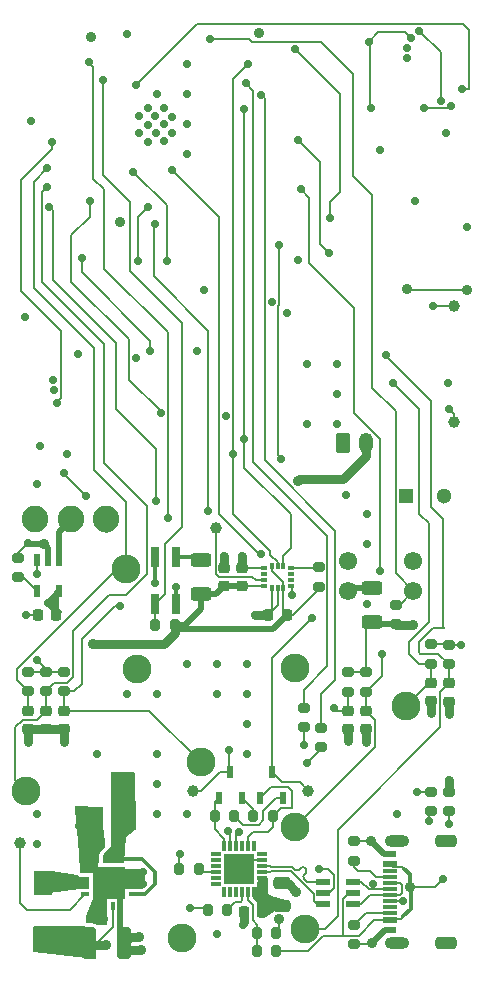
<source format=gbr>
%TF.GenerationSoftware,KiCad,Pcbnew,8.0.4*%
%TF.CreationDate,2024-08-24T14:44:17+02:00*%
%TF.ProjectId,BarbelMotionTracker-V1,42617262-656c-44d6-9f74-696f6e547261,rev?*%
%TF.SameCoordinates,PX7bfa480PY7735940*%
%TF.FileFunction,Copper,L4,Bot*%
%TF.FilePolarity,Positive*%
%FSLAX46Y46*%
G04 Gerber Fmt 4.6, Leading zero omitted, Abs format (unit mm)*
G04 Created by KiCad (PCBNEW 8.0.4) date 2024-08-24 14:44:17*
%MOMM*%
%LPD*%
G01*
G04 APERTURE LIST*
G04 Aperture macros list*
%AMRoundRect*
0 Rectangle with rounded corners*
0 $1 Rounding radius*
0 $2 $3 $4 $5 $6 $7 $8 $9 X,Y pos of 4 corners*
0 Add a 4 corners polygon primitive as box body*
4,1,4,$2,$3,$4,$5,$6,$7,$8,$9,$2,$3,0*
0 Add four circle primitives for the rounded corners*
1,1,$1+$1,$2,$3*
1,1,$1+$1,$4,$5*
1,1,$1+$1,$6,$7*
1,1,$1+$1,$8,$9*
0 Add four rect primitives between the rounded corners*
20,1,$1+$1,$2,$3,$4,$5,0*
20,1,$1+$1,$4,$5,$6,$7,0*
20,1,$1+$1,$6,$7,$8,$9,0*
20,1,$1+$1,$8,$9,$2,$3,0*%
G04 Aperture macros list end*
%TA.AperFunction,ComponentPad*%
%ADD10C,1.550000*%
%TD*%
%TA.AperFunction,ComponentPad*%
%ADD11C,0.700000*%
%TD*%
%TA.AperFunction,ComponentPad*%
%ADD12C,2.250000*%
%TD*%
%TA.AperFunction,ComponentPad*%
%ADD13R,1.300000X1.300000*%
%TD*%
%TA.AperFunction,ComponentPad*%
%ADD14C,1.300000*%
%TD*%
%TA.AperFunction,ComponentPad*%
%ADD15C,2.450000*%
%TD*%
%TA.AperFunction,SMDPad,CuDef*%
%ADD16RoundRect,0.225000X0.225000X0.250000X-0.225000X0.250000X-0.225000X-0.250000X0.225000X-0.250000X0*%
%TD*%
%TA.AperFunction,SMDPad,CuDef*%
%ADD17RoundRect,0.200000X0.200000X0.275000X-0.200000X0.275000X-0.200000X-0.275000X0.200000X-0.275000X0*%
%TD*%
%TA.AperFunction,SMDPad,CuDef*%
%ADD18C,1.000000*%
%TD*%
%TA.AperFunction,SMDPad,CuDef*%
%ADD19RoundRect,0.200000X-0.275000X0.200000X-0.275000X-0.200000X0.275000X-0.200000X0.275000X0.200000X0*%
%TD*%
%TA.AperFunction,SMDPad,CuDef*%
%ADD20RoundRect,0.225000X0.250000X-0.225000X0.250000X0.225000X-0.250000X0.225000X-0.250000X-0.225000X0*%
%TD*%
%TA.AperFunction,SMDPad,CuDef*%
%ADD21R,0.550000X1.050000*%
%TD*%
%TA.AperFunction,ComponentPad*%
%ADD22RoundRect,0.250000X-0.350000X-0.625000X0.350000X-0.625000X0.350000X0.625000X-0.350000X0.625000X0*%
%TD*%
%TA.AperFunction,ComponentPad*%
%ADD23O,1.200000X1.750000*%
%TD*%
%TA.AperFunction,SMDPad,CuDef*%
%ADD24RoundRect,0.200000X-0.200000X-0.275000X0.200000X-0.275000X0.200000X0.275000X-0.200000X0.275000X0*%
%TD*%
%TA.AperFunction,SMDPad,CuDef*%
%ADD25R,0.600000X1.100000*%
%TD*%
%TA.AperFunction,SMDPad,CuDef*%
%ADD26RoundRect,0.250000X0.325000X0.650000X-0.325000X0.650000X-0.325000X-0.650000X0.325000X-0.650000X0*%
%TD*%
%TA.AperFunction,SMDPad,CuDef*%
%ADD27R,1.600000X2.150000*%
%TD*%
%TA.AperFunction,SMDPad,CuDef*%
%ADD28R,0.850000X0.300000*%
%TD*%
%TA.AperFunction,SMDPad,CuDef*%
%ADD29R,0.300000X0.850000*%
%TD*%
%TA.AperFunction,SMDPad,CuDef*%
%ADD30R,2.550000X2.550000*%
%TD*%
%TA.AperFunction,SMDPad,CuDef*%
%ADD31RoundRect,0.250000X-0.325000X-1.100000X0.325000X-1.100000X0.325000X1.100000X-0.325000X1.100000X0*%
%TD*%
%TA.AperFunction,SMDPad,CuDef*%
%ADD32RoundRect,0.250000X0.475000X-0.250000X0.475000X0.250000X-0.475000X0.250000X-0.475000X-0.250000X0*%
%TD*%
%TA.AperFunction,SMDPad,CuDef*%
%ADD33R,1.100000X0.600000*%
%TD*%
%TA.AperFunction,SMDPad,CuDef*%
%ADD34R,1.150000X0.600000*%
%TD*%
%TA.AperFunction,SMDPad,CuDef*%
%ADD35R,1.150000X0.300000*%
%TD*%
%TA.AperFunction,ComponentPad*%
%ADD36O,2.100000X1.000000*%
%TD*%
%TA.AperFunction,ComponentPad*%
%ADD37RoundRect,0.250000X-0.650000X0.250000X-0.650000X-0.250000X0.650000X-0.250000X0.650000X0.250000X0*%
%TD*%
%TA.AperFunction,SMDPad,CuDef*%
%ADD38RoundRect,0.250000X0.625000X-0.312500X0.625000X0.312500X-0.625000X0.312500X-0.625000X-0.312500X0*%
%TD*%
%TA.AperFunction,SMDPad,CuDef*%
%ADD39R,1.200000X0.600000*%
%TD*%
%TA.AperFunction,SMDPad,CuDef*%
%ADD40R,0.600000X0.300000*%
%TD*%
%TA.AperFunction,SMDPad,CuDef*%
%ADD41R,0.300000X0.600000*%
%TD*%
%TA.AperFunction,SMDPad,CuDef*%
%ADD42R,0.790000X1.660000*%
%TD*%
%TA.AperFunction,SMDPad,CuDef*%
%ADD43RoundRect,0.200000X0.275000X-0.200000X0.275000X0.200000X-0.275000X0.200000X-0.275000X-0.200000X0*%
%TD*%
%TA.AperFunction,SMDPad,CuDef*%
%ADD44R,0.350000X0.800000*%
%TD*%
%TA.AperFunction,SMDPad,CuDef*%
%ADD45R,0.800000X0.350000*%
%TD*%
%TA.AperFunction,SMDPad,CuDef*%
%ADD46R,2.800000X2.800000*%
%TD*%
%TA.AperFunction,ViaPad*%
%ADD47C,0.700000*%
%TD*%
%TA.AperFunction,ViaPad*%
%ADD48C,0.900000*%
%TD*%
%TA.AperFunction,Conductor*%
%ADD49C,0.200000*%
%TD*%
%TA.AperFunction,Conductor*%
%ADD50C,0.500000*%
%TD*%
%TA.AperFunction,Conductor*%
%ADD51C,0.750000*%
%TD*%
%TA.AperFunction,Conductor*%
%ADD52C,0.157500*%
%TD*%
%TA.AperFunction,Conductor*%
%ADD53C,0.350000*%
%TD*%
G04 APERTURE END LIST*
D10*
%TO.P,IC9,1,COLLECTOR*%
%TO.N,Analog-Hand-SENS*%
X34500000Y31500000D03*
%TO.P,IC9,2,EMITTER*%
%TO.N,GND*%
X34500000Y34040000D03*
%TO.P,IC9,3,CATHODE*%
X29000000Y34040000D03*
%TO.P,IC9,4,ANODE*%
%TO.N,Net-(IC9-ANODE)*%
X29000000Y31500000D03*
%TD*%
D11*
%TO.P,U1,39,GND*%
%TO.N,GND*%
X11300000Y71700000D03*
X11300000Y70300000D03*
X12000000Y72400000D03*
X12000000Y70950000D03*
X12000000Y69550000D03*
X12650000Y71700000D03*
X12700000Y70300000D03*
X13400000Y72400000D03*
X13400000Y71000000D03*
X13400000Y69590000D03*
X14100000Y71650000D03*
X14100000Y70300000D03*
%TD*%
D12*
%TO.P,SW1,1,1*%
%TO.N,After_PowerSwitch_BAT+*%
X8500000Y37600000D03*
%TO.P,SW1,2,2*%
%TO.N,BAT+*%
X5500000Y37600000D03*
%TO.P,SW1,3,3*%
%TO.N,unconnected-(SW1-Pad3)*%
X2500000Y37600000D03*
%TD*%
D13*
%TO.P,U3,1,+*%
%TO.N,Net-(D1-K)*%
X33900000Y39500000D03*
D14*
%TO.P,U3,2,-*%
%TO.N,Net-(D1-A)*%
X37100000Y39500000D03*
%TD*%
D15*
%TO.P,ENC1,1,COMB*%
%TO.N,GND*%
X14900000Y2100000D03*
%TO.P,ENC1,2,S2*%
%TO.N,Button_DOWN-S2*%
X25300000Y2900000D03*
%TO.P,ENC1,3,A*%
%TO.N,Encoder-A*%
X24500000Y11500000D03*
%TO.P,ENC1,4,S1*%
%TO.N,Button_CENTER-S1*%
X16500000Y17000000D03*
%TO.P,ENC1,5,S3*%
%TO.N,Button_RIGHT-S3*%
X33900000Y21800000D03*
%TO.P,ENC1,6,B*%
%TO.N,Encoder-B*%
X24500000Y25000000D03*
%TO.P,ENC1,7,COMA*%
%TO.N,GND*%
X11100000Y24900000D03*
%TO.P,ENC1,8,S5*%
%TO.N,Button_LEFT-S5*%
X1700000Y14600000D03*
%TO.P,ENC1,9,S4*%
%TO.N,Button-UP-S4*%
X10200000Y33400000D03*
%TD*%
D16*
%TO.P,C6,1*%
%TO.N,USB_VBUS*%
X4275000Y29500000D03*
%TO.P,C6,2*%
%TO.N,GND*%
X2725000Y29500000D03*
%TD*%
D17*
%TO.P,R40,1*%
%TO.N,+3.3V*%
X14275000Y28650000D03*
%TO.P,R40,2*%
%TO.N,Analog-Bar-SENS*%
X12625000Y28650000D03*
%TD*%
D18*
%TO.P,TP8,1,1*%
%TO.N,Boot*%
X25600000Y14600000D03*
%TD*%
D17*
%TO.P,R8,1*%
%TO.N,GND*%
X22900000Y2500000D03*
%TO.P,R8,2*%
%TO.N,Net-(IC2-VBUS)*%
X21250000Y2500000D03*
%TD*%
D19*
%TO.P,R4,1*%
%TO.N,TX*%
X25200000Y21625000D03*
%TO.P,R4,2*%
%TO.N,Net-(IC2-RXD)*%
X25200000Y19975000D03*
%TD*%
%TO.P,R22,1*%
%TO.N,+3.3V*%
X4900000Y24650000D03*
%TO.P,R22,2*%
%TO.N,Button_CENTER-S1*%
X4900000Y23000000D03*
%TD*%
D20*
%TO.P,C15,1*%
%TO.N,GND*%
X36000000Y22162500D03*
%TO.P,C15,2*%
%TO.N,Button_RIGHT-S3*%
X36000000Y23712500D03*
%TD*%
D17*
%TO.P,R45,1*%
%TO.N,Net-(IC2-SUSPENDB)*%
X16325000Y8000000D03*
%TO.P,R45,2*%
%TO.N,GND*%
X14675000Y8000000D03*
%TD*%
D19*
%TO.P,R19,1*%
%TO.N,+3.3V*%
X1900000Y24650000D03*
%TO.P,R19,2*%
%TO.N,Button-UP-S4*%
X1900000Y23000000D03*
%TD*%
D21*
%TO.P,IC3,1,~{CHRG}*%
%TO.N,Net-(IC3-~{CHRG})*%
X2600000Y34100000D03*
%TO.P,IC3,2,GND*%
%TO.N,GND*%
X3550000Y34100000D03*
%TO.P,IC3,3,BAT*%
%TO.N,BAT+*%
X4500000Y34100000D03*
%TO.P,IC3,4,VCC*%
%TO.N,USB_VBUS*%
X4500000Y31500000D03*
%TO.P,IC3,5,PROG*%
%TO.N,Net-(IC3-PROG)*%
X2600000Y31500000D03*
%TD*%
D22*
%TO.P,J4,1,Pin_1*%
%TO.N,GND*%
X28500000Y44000000D03*
D23*
%TO.P,J4,2,Pin_2*%
%TO.N,BAT+*%
X30500000Y44000000D03*
%TD*%
D18*
%TO.P,TP2,1,1*%
%TO.N,Net-(J3-DAT1)*%
X37900000Y45800000D03*
%TD*%
D20*
%TO.P,C18,1*%
%TO.N,GND*%
X30500000Y19800000D03*
%TO.P,C18,2*%
%TO.N,Encoder-A*%
X30500000Y21350000D03*
%TD*%
D24*
%TO.P,R6,1*%
%TO.N,Net-(IC2-VBUS)*%
X21250000Y1000000D03*
%TO.P,R6,2*%
%TO.N,USB_VBUS*%
X22900000Y1000000D03*
%TD*%
D19*
%TO.P,R20,1*%
%TO.N,+3.3V*%
X36000000Y26987500D03*
%TO.P,R20,2*%
%TO.N,Button_RIGHT-S3*%
X36000000Y25337500D03*
%TD*%
%TO.P,R21,1*%
%TO.N,+3.3V*%
X37500000Y26962500D03*
%TO.P,R21,2*%
%TO.N,Button_DOWN-S2*%
X37500000Y25312500D03*
%TD*%
D25*
%TO.P,Q2,1,B*%
%TO.N,Net-(Q2-B)*%
X23450000Y14000000D03*
%TO.P,Q2,2,E*%
%TO.N,DTR*%
X21550000Y14000000D03*
%TO.P,Q2,3,C*%
%TO.N,Boot*%
X22500000Y16200000D03*
%TD*%
D18*
%TO.P,TP7,1,1*%
%TO.N,Net-(IC7-INT2_{slash}_FSYNC_{slash}_CLKIN)*%
X17800000Y36800000D03*
%TD*%
D26*
%TO.P,C38,1*%
%TO.N,After_PowerSwitch_BAT+*%
X10175000Y12100000D03*
%TO.P,C38,2*%
%TO.N,GND*%
X7225000Y12100000D03*
%TD*%
D19*
%TO.P,R12,1*%
%TO.N,GND*%
X1000000Y34325000D03*
%TO.P,R12,2*%
%TO.N,Net-(IC3-PROG)*%
X1000000Y32675000D03*
%TD*%
D27*
%TO.P,L1,1,1*%
%TO.N,Net-(IC5-SW_1)*%
X3125000Y6800000D03*
%TO.P,L1,2,2*%
%TO.N,+3.3V*%
X3125000Y2000000D03*
%TD*%
D19*
%TO.P,R5,1*%
%TO.N,RX*%
X26700000Y19925000D03*
%TO.P,R5,2*%
%TO.N,Net-(IC2-TXD)*%
X26700000Y18275000D03*
%TD*%
D16*
%TO.P,C36,1*%
%TO.N,After_PowerSwitch_BAT+*%
X9475000Y10200000D03*
%TO.P,C36,2*%
%TO.N,GND*%
X7925000Y10200000D03*
%TD*%
D20*
%TO.P,C26,1*%
%TO.N,+3.3V*%
X18500000Y31900000D03*
%TO.P,C26,2*%
%TO.N,GND*%
X18500000Y33450000D03*
%TD*%
D28*
%TO.P,IC2,1,RI_/_CLK*%
%TO.N,unconnected-(IC2-RI_{slash}_CLK-Pad1)*%
X21700000Y9200000D03*
%TO.P,IC2,2,GND*%
%TO.N,GND*%
X21700000Y8700000D03*
%TO.P,IC2,3,D+*%
%TO.N,USB_D+*%
X21700000Y8200000D03*
%TO.P,IC2,4,D-*%
%TO.N,USB_D-*%
X21700000Y7700000D03*
%TO.P,IC2,5,VIO*%
%TO.N,+3.3V*%
X21700000Y7200000D03*
%TO.P,IC2,6,VDD*%
X21700000Y6700000D03*
D29*
%TO.P,IC2,7,VREGIN*%
X21000000Y6000000D03*
%TO.P,IC2,8,VBUS*%
%TO.N,Net-(IC2-VBUS)*%
X20500000Y6000000D03*
%TO.P,IC2,9,RSTB*%
%TO.N,Net-(IC2-RSTB)*%
X20000000Y6000000D03*
%TO.P,IC2,10,NC_1*%
%TO.N,unconnected-(IC2-NC_1-Pad10)*%
X19500000Y6000000D03*
%TO.P,IC2,11,GPIO.3_/_WAKEUP*%
%TO.N,unconnected-(IC2-GPIO.3_{slash}_WAKEUP-Pad11)*%
X19000000Y6000000D03*
%TO.P,IC2,12,GPIO.2_/_RS485*%
%TO.N,unconnected-(IC2-GPIO.2_{slash}_RS485-Pad12)*%
X18500000Y6000000D03*
D28*
%TO.P,IC2,13,GPIO.1_/_RXT*%
%TO.N,unconnected-(IC2-GPIO.1_{slash}_RXT-Pad13)*%
X17800000Y6700000D03*
%TO.P,IC2,14,GPIO.0_/_TXT*%
%TO.N,unconnected-(IC2-GPIO.0_{slash}_TXT-Pad14)*%
X17800000Y7200000D03*
%TO.P,IC2,15,SUSPENDB*%
%TO.N,Net-(IC2-SUSPENDB)*%
X17800000Y7700000D03*
%TO.P,IC2,16,NC_2*%
%TO.N,unconnected-(IC2-NC_2-Pad16)*%
X17800000Y8200000D03*
%TO.P,IC2,17,SUSPEND*%
%TO.N,unconnected-(IC2-SUSPEND-Pad17)*%
X17800000Y8700000D03*
%TO.P,IC2,18,CTS*%
%TO.N,unconnected-(IC2-CTS-Pad18)*%
X17800000Y9200000D03*
D29*
%TO.P,IC2,19,RTS*%
%TO.N,RTS*%
X18500000Y9900000D03*
%TO.P,IC2,20,RXD*%
%TO.N,Net-(IC2-RXD)*%
X19000000Y9900000D03*
%TO.P,IC2,21,TXD*%
%TO.N,Net-(IC2-TXD)*%
X19500000Y9900000D03*
%TO.P,IC2,22,DSR*%
%TO.N,unconnected-(IC2-DSR-Pad22)*%
X20000000Y9900000D03*
%TO.P,IC2,23,DTR*%
%TO.N,DTR*%
X20500000Y9900000D03*
%TO.P,IC2,24,DCD*%
%TO.N,unconnected-(IC2-DCD-Pad24)*%
X21000000Y9900000D03*
D30*
%TO.P,IC2,25,EPAD*%
%TO.N,GND*%
X19750000Y7950000D03*
%TD*%
D19*
%TO.P,R24,1*%
%TO.N,+3.3V*%
X29000000Y24625000D03*
%TO.P,R24,2*%
%TO.N,Encoder-B*%
X29000000Y22975000D03*
%TD*%
D31*
%TO.P,C37,1*%
%TO.N,+3.3V*%
X7025000Y1700000D03*
%TO.P,C37,2*%
%TO.N,GND*%
X9975000Y1700000D03*
%TD*%
D32*
%TO.P,C4,1*%
%TO.N,+3.3V*%
X23400000Y4850000D03*
%TO.P,C4,2*%
%TO.N,GND*%
X23400000Y6750000D03*
%TD*%
D20*
%TO.P,C13,1*%
%TO.N,GND*%
X3400000Y19825000D03*
%TO.P,C13,2*%
%TO.N,Button_LEFT-S5*%
X3400000Y21375000D03*
%TD*%
%TO.P,C25,1*%
%TO.N,+3.3V*%
X20000000Y31900000D03*
%TO.P,C25,2*%
%TO.N,GND*%
X20000000Y33450000D03*
%TD*%
%TO.P,C14,1*%
%TO.N,GND*%
X1900000Y19825000D03*
%TO.P,C14,2*%
%TO.N,Button-UP-S4*%
X1900000Y21375000D03*
%TD*%
D33*
%TO.P,J1,A1_B12,GND*%
%TO.N,GND*%
X32495000Y9200000D03*
D34*
%TO.P,J1,A4_B9,VBUS*%
%TO.N,USB_VBUS*%
X32495000Y8400000D03*
D35*
%TO.P,J1,A5,CC1*%
%TO.N,Net-(J1-CC1)*%
X32495000Y7250000D03*
%TO.P,J1,A6,DP1*%
%TO.N,/microcontroller/USB_D++*%
X32495000Y6250000D03*
%TO.P,J1,A7,DN1*%
%TO.N,/microcontroller/USB_D--*%
X32495000Y5750000D03*
%TO.P,J1,A8,SBU1*%
%TO.N,unconnected-(J1-SBU1-PadA8)*%
X32495000Y4750000D03*
D33*
%TO.P,J1,B1_A12,GND*%
%TO.N,GND*%
X32495000Y2800000D03*
D34*
%TO.P,J1,B4_A9,VBUS*%
%TO.N,USB_VBUS*%
X32495000Y3600000D03*
D35*
%TO.P,J1,B5,CC2*%
%TO.N,Net-(J1-CC2)*%
X32495000Y4250000D03*
%TO.P,J1,B6,DP2*%
%TO.N,/microcontroller/USB_D++*%
X32495000Y5250000D03*
%TO.P,J1,B7,DN2*%
%TO.N,/microcontroller/USB_D--*%
X32495000Y6750000D03*
%TO.P,J1,B8,SBU2*%
%TO.N,unconnected-(J1-SBU2-PadB8)*%
X32495000Y7750000D03*
D36*
%TO.P,J1,SH1,SHELL_GND*%
%TO.N,unconnected-(J1-SHELL_GND-PadSH1)_1*%
X33070000Y10320000D03*
%TO.P,J1,SH2,SHELL_GND*%
%TO.N,unconnected-(J1-SHELL_GND-PadSH1)*%
X33070000Y1680000D03*
D37*
%TO.P,J1,SH3,SHELL_GND*%
%TO.N,unconnected-(J1-SHELL_GND-PadSH1)_3*%
X37250000Y10320000D03*
%TO.P,J1,SH4,SHELL_GND*%
%TO.N,unconnected-(J1-SHELL_GND-PadSH1)_2*%
X37250000Y1680000D03*
%TD*%
D20*
%TO.P,C16,1*%
%TO.N,GND*%
X37500000Y22137500D03*
%TO.P,C16,2*%
%TO.N,Button_DOWN-S2*%
X37500000Y23687500D03*
%TD*%
D16*
%TO.P,C24,1*%
%TO.N,+3.3V*%
X23775000Y29500000D03*
%TO.P,C24,2*%
%TO.N,GND*%
X22225000Y29500000D03*
%TD*%
D38*
%TO.P,R41,1*%
%TO.N,+3.3V*%
X31000000Y28837500D03*
%TO.P,R41,2*%
%TO.N,Net-(IC9-ANODE)*%
X31000000Y31762500D03*
%TD*%
D20*
%TO.P,C19,1*%
%TO.N,GND*%
X29000000Y19800000D03*
%TO.P,C19,2*%
%TO.N,Encoder-B*%
X29000000Y21350000D03*
%TD*%
D24*
%TO.P,R7,1*%
%TO.N,+3.3V*%
X17075000Y4530000D03*
%TO.P,R7,2*%
%TO.N,Net-(IC2-RSTB)*%
X18725000Y4530000D03*
%TD*%
D39*
%TO.P,IC1,1,I/O1_1*%
%TO.N,USB_D-*%
X26880000Y5000000D03*
%TO.P,IC1,2,GND*%
%TO.N,GND*%
X26880000Y5950000D03*
%TO.P,IC1,3,I/O2_1*%
%TO.N,USB_D+*%
X26880000Y6900000D03*
%TO.P,IC1,4,I/O2_2*%
%TO.N,/microcontroller/USB_D++*%
X29380000Y6900000D03*
%TO.P,IC1,5,VBUS*%
%TO.N,USB_VBUS*%
X29380000Y5950000D03*
%TO.P,IC1,6,I/O1_2*%
%TO.N,/microcontroller/USB_D--*%
X29380000Y5000000D03*
%TD*%
D19*
%TO.P,R16,1*%
%TO.N,+3.3V*%
X3400000Y24650000D03*
%TO.P,R16,2*%
%TO.N,Button_LEFT-S5*%
X3400000Y23000000D03*
%TD*%
D40*
%TO.P,IC7,1,AP_SDO_/_AP_AD0*%
%TO.N,Net-(IC7-AP_SDO_{slash}_AP_AD0)*%
X24150000Y33425000D03*
%TO.P,IC7,2,RESV_1*%
%TO.N,unconnected-(IC7-RESV_1-Pad2)*%
X24150000Y32925000D03*
%TO.P,IC7,3,RESV_2*%
%TO.N,unconnected-(IC7-RESV_2-Pad3)*%
X24150000Y32425000D03*
%TO.P,IC7,4,INT1_/_INT*%
%TO.N,IMU-INT1*%
X24150000Y31925000D03*
D41*
%TO.P,IC7,5,VDDIO*%
%TO.N,+3.3V*%
X23500000Y31775000D03*
%TO.P,IC7,6,GND*%
%TO.N,GND*%
X23000000Y31775000D03*
%TO.P,IC7,7,RESV_3*%
X22500000Y31775000D03*
D40*
%TO.P,IC7,8,VDD*%
%TO.N,+3.3V*%
X21850000Y31925000D03*
%TO.P,IC7,9,INT2_/_FSYNC_/_CLKIN*%
%TO.N,Net-(IC7-INT2_{slash}_FSYNC_{slash}_CLKIN)*%
X21850000Y32425000D03*
%TO.P,IC7,10,RESV_4*%
%TO.N,unconnected-(IC7-RESV_4-Pad10)*%
X21850000Y32925000D03*
%TO.P,IC7,11,RESV_5*%
%TO.N,GND*%
X21850000Y33425000D03*
D41*
%TO.P,IC7,12,AP_CS*%
%TO.N,+3.3V*%
X22500000Y33575000D03*
%TO.P,IC7,13,AP_SCL_/_AP_SCLK*%
%TO.N,SCL*%
X23000000Y33575000D03*
%TO.P,IC7,14,AP_SDA_/_AP_SDIO_/_AP_SDI*%
%TO.N,SDA*%
X23500000Y33575000D03*
%TD*%
D42*
%TO.P,U4,1,ANODE*%
%TO.N,Net-(U4-ANODE)*%
X14400000Y34366500D03*
%TO.P,U4,2,CATHODE*%
%TO.N,GND*%
X14400000Y30366500D03*
%TO.P,U4,3,COLLECTOR*%
%TO.N,Analog-Bar-SENS*%
X12600000Y30366500D03*
%TO.P,U4,4,EMITTER*%
%TO.N,GND*%
X12600000Y34366500D03*
%TD*%
D16*
%TO.P,C5,1*%
%TO.N,+3.3V*%
X21675000Y4300000D03*
%TO.P,C5,2*%
%TO.N,GND*%
X20125000Y4300000D03*
%TD*%
D19*
%TO.P,R1,1*%
%TO.N,GND*%
X29500000Y10325000D03*
%TO.P,R1,2*%
%TO.N,Net-(J1-CC1)*%
X29500000Y8675000D03*
%TD*%
D38*
%TO.P,R38,1*%
%TO.N,+3.3V*%
X16500000Y31212500D03*
%TO.P,R38,2*%
%TO.N,Net-(U4-ANODE)*%
X16500000Y34137500D03*
%TD*%
D17*
%TO.P,R9,1*%
%TO.N,DTR*%
X22600000Y12450000D03*
%TO.P,R9,2*%
%TO.N,Net-(Q1-B)*%
X20950000Y12450000D03*
%TD*%
D18*
%TO.P,TP6,1,1*%
%TO.N,EN*%
X15800000Y14600000D03*
%TD*%
%TO.P,TP4,1,1*%
%TO.N,Net-(J3-DAT2)*%
X37900000Y55600000D03*
%TD*%
D20*
%TO.P,C17,1*%
%TO.N,GND*%
X4900000Y19825000D03*
%TO.P,C17,2*%
%TO.N,Button_CENTER-S1*%
X4900000Y21375000D03*
%TD*%
D18*
%TO.P,TP1,1,1*%
%TO.N,Net-(IC5-PG)*%
X1200000Y10200000D03*
%TD*%
D19*
%TO.P,R13,1*%
%TO.N,GND*%
X37500000Y14500000D03*
%TO.P,R13,2*%
%TO.N,Net-(LED2-K)*%
X37500000Y12850000D03*
%TD*%
%TO.P,R2,1*%
%TO.N,Net-(J1-CC2)*%
X29500000Y3225000D03*
%TO.P,R2,2*%
%TO.N,GND*%
X29500000Y1575000D03*
%TD*%
D43*
%TO.P,R11,1*%
%TO.N,Net-(LED1-K)*%
X36000000Y12850000D03*
%TO.P,R11,2*%
%TO.N,Net-(IC3-~{CHRG})*%
X36000000Y14500000D03*
%TD*%
D25*
%TO.P,Q1,1,B*%
%TO.N,Net-(Q1-B)*%
X19950000Y14000000D03*
%TO.P,Q1,2,E*%
%TO.N,RTS*%
X18050000Y14000000D03*
%TO.P,Q1,3,C*%
%TO.N,EN*%
X19000000Y16200000D03*
%TD*%
D43*
%TO.P,R47,1*%
%TO.N,+3.3V*%
X26500000Y31850000D03*
%TO.P,R47,2*%
%TO.N,Net-(IC7-AP_SDO_{slash}_AP_AD0)*%
X26500000Y33500000D03*
%TD*%
%TO.P,R43,1*%
%TO.N,+3.3V*%
X33000000Y28675000D03*
%TO.P,R43,2*%
%TO.N,Analog-Hand-SENS*%
X33000000Y30325000D03*
%TD*%
D24*
%TO.P,R10,1*%
%TO.N,RTS*%
X17675000Y12450000D03*
%TO.P,R10,2*%
%TO.N,Net-(Q2-B)*%
X19325000Y12450000D03*
%TD*%
D19*
%TO.P,R23,1*%
%TO.N,+3.3V*%
X30500000Y24625000D03*
%TO.P,R23,2*%
%TO.N,Encoder-A*%
X30500000Y22975000D03*
%TD*%
D44*
%TO.P,IC5,1,PGND_1*%
%TO.N,GND*%
X7750000Y8800000D03*
%TO.P,IC5,2,VIN_1*%
%TO.N,After_PowerSwitch_BAT+*%
X8400000Y8800000D03*
%TO.P,IC5,3,VIN_2*%
X9050000Y8800000D03*
%TO.P,IC5,4,EN*%
X9700000Y8800000D03*
D45*
%TO.P,IC5,5,SYNC*%
%TO.N,GND*%
X10725000Y7775000D03*
%TO.P,IC5,6,LBO*%
X10725000Y7125000D03*
%TO.P,IC5,7,LBI*%
X10725000Y6475000D03*
%TO.P,IC5,8,VINA*%
%TO.N,After_PowerSwitch_BAT+*%
X10725000Y5825000D03*
D44*
%TO.P,IC5,9,AGND*%
%TO.N,GND*%
X9700000Y4800000D03*
%TO.P,IC5,10,FB*%
%TO.N,+3.3V*%
X9050000Y4800000D03*
%TO.P,IC5,11,GND_1*%
%TO.N,GND*%
X8400000Y4800000D03*
%TO.P,IC5,12,GND_2*%
X7750000Y4800000D03*
D45*
%TO.P,IC5,13,PG*%
%TO.N,Net-(IC5-PG)*%
X6725000Y5825000D03*
%TO.P,IC5,14,SW_1*%
%TO.N,Net-(IC5-SW_1)*%
X6725000Y6475000D03*
%TO.P,IC5,15,SW_2*%
X6725000Y7125000D03*
%TO.P,IC5,16,PGND_2*%
%TO.N,GND*%
X6725000Y7775000D03*
D46*
%TO.P,IC5,17,EP*%
X8725000Y6800000D03*
%TD*%
D47*
%TO.N,+3.3V*%
X34268794Y78306384D03*
X30700000Y78000000D03*
X15600000Y4700000D03*
X38500000Y26900000D03*
D48*
X22100000Y5400000D03*
X5050000Y2050000D03*
D47*
X30900000Y72400000D03*
D48*
X34450000Y28650000D03*
D47*
X2600001Y25680762D03*
D48*
X8500000Y1500000D03*
X7375000Y27050000D03*
X39025000Y56950000D03*
X33950000Y57050000D03*
D47*
%TO.N,GND*%
X28025000Y45595000D03*
X11000000Y51200000D03*
X7400000Y3700000D03*
X34000000Y76600000D03*
X9600000Y7700000D03*
D48*
X9700000Y62700000D03*
X7200000Y78400000D03*
D47*
X29000000Y18775000D03*
D48*
X11300000Y2200000D03*
D47*
X34000000Y77500000D03*
X1600000Y54700000D03*
D48*
X21400000Y78710000D03*
D47*
X37500000Y21112500D03*
X16800000Y57000000D03*
X18500000Y34500000D03*
X2625000Y10035000D03*
X17865000Y2415000D03*
D48*
X30875000Y10325000D03*
D47*
X20000000Y34500000D03*
X10245000Y22735000D03*
X19000000Y7200000D03*
X4900000Y18700000D03*
X33105000Y12575000D03*
X30500000Y18675000D03*
X15325000Y73535000D03*
X19000000Y8700000D03*
X17865000Y25275000D03*
X12785000Y73535000D03*
D48*
X11400000Y1100000D03*
D47*
X21100000Y29500000D03*
X25485000Y45595000D03*
X37400000Y49100000D03*
X37500000Y15500000D03*
X31700000Y68800000D03*
X30565000Y35435000D03*
X15325000Y70995000D03*
X34650000Y64550000D03*
X9500000Y6000000D03*
X6200000Y11600000D03*
X12785000Y17655000D03*
X6800000Y10200000D03*
D48*
X23100000Y3700000D03*
D47*
X28025000Y48135000D03*
D48*
X31000000Y1700000D03*
D47*
X15325000Y76075000D03*
X7800000Y7700000D03*
X6100000Y51600000D03*
D48*
X3200000Y35500000D03*
D47*
X39000000Y62300000D03*
X4100000Y48500000D03*
X6200000Y12700000D03*
X20405000Y22735000D03*
X37250000Y70300000D03*
X10245000Y78615000D03*
X11600000Y7700000D03*
X20400000Y8700000D03*
X7800000Y6000000D03*
X12600000Y32200000D03*
X4000000Y49400000D03*
X8300000Y3700000D03*
X7705000Y17655000D03*
X22550000Y56000000D03*
X1700000Y29500000D03*
X5165000Y43055000D03*
X14400000Y31850000D03*
X1900000Y18700000D03*
D48*
X24600000Y6000000D03*
D47*
X28025000Y50675000D03*
X26500000Y8000000D03*
X15325000Y12575000D03*
X25485000Y50675000D03*
X20100000Y3200000D03*
X30565000Y37975000D03*
X20400000Y7200000D03*
X2087500Y71300000D03*
X2625000Y40515000D03*
X20405000Y20195000D03*
X12785000Y22735000D03*
X36000000Y21137500D03*
X18600000Y46300000D03*
X20405000Y17655000D03*
X30565000Y30355000D03*
X24750000Y59500000D03*
X20405000Y25275000D03*
X17865000Y22735000D03*
X12785000Y12575000D03*
X1900000Y35600000D03*
X14700000Y9200000D03*
X2625000Y12575000D03*
X11600000Y6700000D03*
X16200000Y51800000D03*
X15325000Y25275000D03*
X15325000Y68455000D03*
X12785000Y15115000D03*
X23800000Y55000000D03*
X28800000Y39600000D03*
X2900000Y43800000D03*
%TO.N,EN*%
X18900000Y18000000D03*
X7050000Y76250000D03*
X13700000Y37700000D03*
D48*
%TO.N,USB_VBUS*%
X34178750Y6400000D03*
D47*
X3600000Y30500000D03*
X37000000Y7100000D03*
%TO.N,After_PowerSwitch_BAT+*%
X6800000Y39500000D03*
D48*
X10400000Y15400000D03*
X9444975Y15444975D03*
D47*
X4900000Y41500000D03*
%TO.N,Button_LEFT-S5*%
X3500000Y65700000D03*
%TO.N,Button-UP-S4*%
X3500000Y67300000D03*
%TO.N,Button_RIGHT-S3*%
X32805820Y49100000D03*
%TO.N,Button_DOWN-S2*%
X32200000Y51500000D03*
%TO.N,Button_CENTER-S1*%
X12700000Y39100000D03*
X9700000Y30250000D03*
X3680439Y64000000D03*
%TO.N,Encoder-A*%
X31800000Y26200000D03*
X31700000Y33200000D03*
X25000000Y65500000D03*
%TO.N,Encoder-B*%
X12600000Y62600000D03*
X27800000Y21600000D03*
X17100000Y38300000D03*
%TO.N,Boot*%
X23300000Y42700000D03*
X25900000Y29200000D03*
X23150000Y60750000D03*
%TO.N,Diplay-DC*%
X13100000Y46600000D03*
X7100000Y64500000D03*
%TO.N,Diplay-RES*%
X12200000Y51800000D03*
X6400000Y59700000D03*
%TO.N,/microcontroller/USB_D++*%
X33625001Y5240758D03*
X31100000Y6700000D03*
%TO.N,Net-(IC2-RXD)*%
X25200000Y18500000D03*
X18800201Y11200000D03*
%TO.N,Net-(IC2-TXD)*%
X25500000Y16900000D03*
X19700000Y11100000D03*
D48*
%TO.N,BAT+*%
X24700000Y40800000D03*
D47*
%TO.N,Net-(IC3-~{CHRG})*%
X2600000Y32900000D03*
X34800000Y14500000D03*
%TO.N,Analog-Hand-SENS*%
X17300000Y78200000D03*
%TO.N,SCL*%
X19250000Y43100000D03*
X36800000Y73000000D03*
X35000000Y78906384D03*
X20500000Y76100000D03*
%TO.N,SDA*%
X20150000Y72300000D03*
X20150000Y44400000D03*
%TO.N,IMU-INT1*%
X21600000Y34600000D03*
X14075735Y67124265D03*
X24250000Y31150000D03*
%TO.N,MAG-INT*%
X11000000Y74300000D03*
X38600000Y74000000D03*
%TO.N,Net-(J3-DAT2)*%
X36200000Y55600000D03*
%TO.N,Net-(J3-DAT1)*%
X37500000Y46900000D03*
%TO.N,Net-(LED1-K)*%
X35800000Y12000000D03*
%TO.N,Net-(LED2-K)*%
X37500000Y11800000D03*
%TO.N,TX*%
X20300000Y74500000D03*
%TO.N,RX*%
X21600000Y73500000D03*
%TO.N,Diplay-BL*%
X10800000Y67000000D03*
X13600000Y59400000D03*
%TO.N,VSPI_CLK*%
X12000000Y64000000D03*
X11200000Y59400000D03*
%TO.N,VSPI_MOSI*%
X27400000Y63100000D03*
X24500000Y77400000D03*
%TO.N,VSPI_MISO*%
X27375000Y60075000D03*
X24700000Y69700000D03*
%TO.N,Analog-Bat-SENS*%
X3900000Y69500000D03*
X4300000Y47400000D03*
%TO.N,Analog-Bar-SENS*%
X8200000Y74750000D03*
%TO.N,Net-(U2-NRESET)*%
X37700000Y72600000D03*
X35400000Y72400000D03*
%TD*%
D49*
%TO.N,+3.3V*%
X9050000Y4800000D02*
X9050000Y3050000D01*
X3400000Y24650000D02*
X3400000Y24880763D01*
X34050000Y56950000D02*
X39025000Y56950000D01*
X16905000Y4700000D02*
X17075000Y4530000D01*
X3400000Y24650000D02*
X4900000Y24650000D01*
X36025000Y26962500D02*
X36000000Y26987500D01*
X22500000Y33575000D02*
X22500000Y33225000D01*
D50*
X22575000Y28300000D02*
X23775000Y29500000D01*
D49*
X37475000Y26987500D02*
X37500000Y26962500D01*
X25232169Y30392831D02*
X24339338Y29500000D01*
X23500000Y31775000D02*
X23500000Y29775000D01*
D50*
X32837500Y28837500D02*
X33000000Y28675000D01*
X15150000Y28650000D02*
X14275000Y28650000D01*
X16500000Y30000000D02*
X15150000Y28650000D01*
X17812500Y31212500D02*
X18500000Y31900000D01*
D49*
X7700000Y1700000D02*
X7375000Y1700000D01*
X22500000Y33225000D02*
X23500000Y32225000D01*
X21675000Y31900000D02*
X20000000Y31900000D01*
X33950000Y57050000D02*
X34050000Y56950000D01*
D51*
X13400000Y27050000D02*
X14275000Y27925000D01*
X7375000Y27050000D02*
X13400000Y27050000D01*
D49*
X31500000Y78800000D02*
X30700000Y78000000D01*
X23500000Y32225000D02*
X23500000Y31775000D01*
D50*
X16500000Y31212500D02*
X16500000Y30000000D01*
X31162500Y28675000D02*
X31000000Y28837500D01*
D49*
X3400000Y24880763D02*
X2600001Y25680762D01*
X21700000Y31925000D02*
X21675000Y31900000D01*
D51*
X33025000Y28650000D02*
X33000000Y28675000D01*
D50*
X20000000Y31900000D02*
X18500000Y31900000D01*
D51*
X14275000Y27925000D02*
X14275000Y28650000D01*
D49*
X30800000Y77900000D02*
X30800000Y72500000D01*
X26500000Y31660662D02*
X25232169Y30392831D01*
X36000000Y26987500D02*
X37475000Y26987500D01*
D51*
X8500000Y1500000D02*
X7225000Y1500000D01*
D49*
X24339338Y29500000D02*
X23775000Y29500000D01*
X30700000Y78000000D02*
X30800000Y77900000D01*
X29000000Y24625000D02*
X30500000Y24625000D01*
D51*
X34450000Y28650000D02*
X33025000Y28650000D01*
D49*
X26500000Y31850000D02*
X26500000Y31660662D01*
D50*
X16500000Y31212500D02*
X17812500Y31212500D01*
X14275000Y28650000D02*
X14625000Y28300000D01*
D49*
X1900000Y24650000D02*
X3400000Y24650000D01*
X34268794Y78306384D02*
X33775178Y78800000D01*
X26500000Y31850000D02*
X26125000Y31850000D01*
D50*
X33000000Y28675000D02*
X31162500Y28675000D01*
D49*
X30500000Y28337500D02*
X31000000Y28837500D01*
D51*
X7225000Y1500000D02*
X7025000Y1700000D01*
D50*
X14625000Y28300000D02*
X22575000Y28300000D01*
D49*
X30500000Y24625000D02*
X30500000Y28337500D01*
X23500000Y29775000D02*
X23775000Y29500000D01*
X37500000Y26962500D02*
X38437500Y26962500D01*
X9050000Y3050000D02*
X7700000Y1700000D01*
X33775178Y78800000D02*
X31500000Y78800000D01*
X38437500Y26962500D02*
X38500000Y26900000D01*
X15600000Y4700000D02*
X16905000Y4700000D01*
X30800000Y72500000D02*
X30900000Y72400000D01*
%TO.N,GND*%
X23100000Y2700000D02*
X23100000Y3700000D01*
D51*
X29000000Y19800000D02*
X29000000Y18775000D01*
D49*
X30875000Y1575000D02*
X29500000Y1575000D01*
D51*
X37500000Y14500000D02*
X37500000Y15500000D01*
D49*
X21700000Y33425000D02*
X20025000Y33425000D01*
D50*
X3550000Y35150000D02*
X3200000Y35500000D01*
X32000000Y9200000D02*
X32495000Y9200000D01*
X32100000Y2800000D02*
X32495000Y2800000D01*
D51*
X4900000Y19825000D02*
X3400000Y19825000D01*
D52*
X27758750Y7478750D02*
X27758750Y6321250D01*
D51*
X20000000Y33450000D02*
X20000000Y34500000D01*
D49*
X21700000Y8700000D02*
X20400000Y8700000D01*
D51*
X36000000Y22162500D02*
X36000000Y21137500D01*
D49*
X22500000Y29775000D02*
X22225000Y29500000D01*
D52*
X27387500Y5950000D02*
X26880000Y5950000D01*
D49*
X22900000Y2500000D02*
X23100000Y2700000D01*
X31000000Y1700000D02*
X30875000Y1575000D01*
D51*
X4900000Y19825000D02*
X4900000Y18700000D01*
D49*
X20025000Y33425000D02*
X20000000Y33450000D01*
D51*
X22225000Y29500000D02*
X21100000Y29500000D01*
D50*
X2000000Y35500000D02*
X1900000Y35600000D01*
D53*
X14400000Y31850000D02*
X14400000Y30366500D01*
D49*
X14675000Y8000000D02*
X14675000Y9175000D01*
D51*
X37500000Y22137500D02*
X37500000Y21112500D01*
D49*
X22500000Y31775000D02*
X22500000Y29775000D01*
D50*
X30875000Y10325000D02*
X32000000Y9200000D01*
D53*
X12600000Y32200000D02*
X12600000Y34366500D01*
D51*
X20125000Y4530000D02*
X20125000Y3455000D01*
D50*
X3550000Y34100000D02*
X3550000Y35150000D01*
D51*
X1900000Y19825000D02*
X3400000Y19825000D01*
D50*
X9875000Y1600000D02*
X9700000Y1775000D01*
D49*
X1000000Y34325000D02*
X1000000Y34700000D01*
D50*
X9700000Y1775000D02*
X9700000Y4800000D01*
D51*
X18500000Y33450000D02*
X18500000Y34500000D01*
X10375000Y1100000D02*
X11400000Y1100000D01*
D49*
X30875000Y10325000D02*
X29500000Y10325000D01*
X23000000Y30275000D02*
X22225000Y29500000D01*
X23000000Y31775000D02*
X23000000Y30275000D01*
D52*
X27758750Y6321250D02*
X27387500Y5950000D01*
D51*
X23400000Y6750000D02*
X23850000Y6750000D01*
X9875000Y1600000D02*
X10375000Y1100000D01*
D49*
X1000000Y34700000D02*
X1900000Y35600000D01*
X14675000Y9175000D02*
X14700000Y9200000D01*
D51*
X9875000Y1600000D02*
X10475000Y2200000D01*
D49*
X2725000Y29500000D02*
X1700000Y29500000D01*
D52*
X26500000Y8000000D02*
X27237500Y8000000D01*
D50*
X9700000Y5825000D02*
X8725000Y6800000D01*
X9700000Y4800000D02*
X9700000Y5825000D01*
D52*
X27237500Y8000000D02*
X27758750Y7478750D01*
D50*
X3200000Y35500000D02*
X2000000Y35500000D01*
D51*
X23850000Y6750000D02*
X24600000Y6000000D01*
X1900000Y18700000D02*
X1900000Y19825000D01*
X10475000Y2200000D02*
X11300000Y2200000D01*
D50*
X31000000Y1700000D02*
X32100000Y2800000D01*
D51*
X30500000Y19800000D02*
X30500000Y18675000D01*
D49*
%TO.N,EN*%
X16507106Y14600000D02*
X18107106Y16200000D01*
X13700000Y53400000D02*
X8300000Y58800000D01*
X7400000Y66400000D02*
X7400000Y75900000D01*
X15800000Y14600000D02*
X16507106Y14600000D01*
X8300000Y65500000D02*
X7400000Y66400000D01*
X18900000Y18000000D02*
X18900000Y16300000D01*
X8300000Y58800000D02*
X8300000Y65500000D01*
X18107106Y16200000D02*
X19000000Y16200000D01*
X13700000Y37700000D02*
X13700000Y53400000D01*
X7400000Y75900000D02*
X7050000Y76250000D01*
X18900000Y16300000D02*
X19000000Y16200000D01*
%TO.N,USB_VBUS*%
X28300000Y2275000D02*
X26831676Y2275000D01*
D53*
X34300000Y4600000D02*
X34300000Y6278750D01*
D52*
X29380000Y5950000D02*
X29080000Y5950000D01*
D53*
X33700000Y8000000D02*
X34178750Y7521250D01*
D50*
X4275000Y30500000D02*
X4275000Y31275000D01*
D53*
X34300000Y6278750D02*
X34178750Y6400000D01*
X34178750Y7521250D02*
X34178750Y6400000D01*
D52*
X29080000Y5950000D02*
X28551250Y5421250D01*
D49*
X32495000Y3600000D02*
X31200000Y3600000D01*
X32495000Y8400000D02*
X32745000Y8150000D01*
X32495000Y3600000D02*
X32630000Y3735000D01*
X29875000Y2275000D02*
X28300000Y2275000D01*
X33435000Y3735000D02*
X33650000Y3950000D01*
X32630000Y3735000D02*
X33435000Y3735000D01*
X26831676Y2275000D02*
X25556676Y1000000D01*
D50*
X4275000Y29500000D02*
X4275000Y30500000D01*
X4275000Y31275000D02*
X4500000Y31500000D01*
D49*
X25556676Y1000000D02*
X22900000Y1000000D01*
D50*
X4275000Y29825000D02*
X3600000Y30500000D01*
D49*
X33550000Y8150000D02*
X33700000Y8000000D01*
X34178750Y6400000D02*
X36300000Y6400000D01*
D53*
X33650000Y3950000D02*
X34300000Y4600000D01*
D50*
X4275000Y30500000D02*
X3600000Y30500000D01*
D49*
X32495000Y3600000D02*
X32695000Y3800000D01*
D50*
X4500000Y31500000D02*
X4500000Y31400000D01*
X4275000Y29500000D02*
X4275000Y29825000D01*
D49*
X31200000Y3600000D02*
X29875000Y2275000D01*
X32745000Y8150000D02*
X33550000Y8150000D01*
X36300000Y6400000D02*
X37000000Y7100000D01*
D50*
X4500000Y29725000D02*
X4275000Y29500000D01*
D52*
X28551250Y5421250D02*
X28551250Y2275000D01*
D50*
X4500000Y31400000D02*
X3600000Y30500000D01*
D53*
%TO.N,After_PowerSwitch_BAT+*%
X11525305Y8800000D02*
X9700000Y8800000D01*
X12600000Y7725305D02*
X11525305Y8800000D01*
X11750305Y5825000D02*
X12600000Y6674695D01*
D49*
X4900000Y41400000D02*
X6800000Y39500000D01*
D53*
X12600000Y6674695D02*
X12600000Y7725305D01*
D51*
X8500000Y37500000D02*
X8500000Y36800000D01*
D53*
X10725000Y5825000D02*
X11750305Y5825000D01*
D49*
X4900000Y41500000D02*
X4900000Y41400000D01*
%TO.N,Button_LEFT-S5*%
X3400000Y21375000D02*
X3400000Y23000000D01*
X3080439Y57619561D02*
X8300000Y52400000D01*
X800000Y19948696D02*
X1451304Y20600000D01*
X800000Y15500000D02*
X800000Y19948696D01*
X3080439Y65280439D02*
X3080439Y57619561D01*
X10156676Y31200000D02*
X8750000Y31200000D01*
X11905000Y38695000D02*
X11905000Y32948324D01*
X8300000Y52400000D02*
X8300000Y42300000D01*
X11905000Y32948324D02*
X10156676Y31200000D01*
X5700000Y28150000D02*
X5700000Y24200000D01*
X4100000Y23700000D02*
X3400000Y23000000D01*
X1451304Y20600000D02*
X2625000Y20600000D01*
X2625000Y20600000D02*
X3400000Y21375000D01*
X8300000Y42300000D02*
X11905000Y38695000D01*
X5700000Y24200000D02*
X5200000Y23700000D01*
X8750000Y31200000D02*
X5700000Y28150000D01*
X1700000Y14600000D02*
X800000Y15500000D01*
X3500000Y65700000D02*
X3080439Y65280439D01*
X5200000Y23700000D02*
X4100000Y23700000D01*
%TO.N,Button-UP-S4*%
X9400000Y33400000D02*
X900000Y24900000D01*
X1900000Y23000000D02*
X1900000Y21375000D01*
X7450000Y41750000D02*
X10200000Y39000000D01*
X10200000Y39000000D02*
X10200000Y33400000D01*
X2350000Y57150000D02*
X7450000Y52050000D01*
X2350000Y66150000D02*
X2350000Y57150000D01*
X10200000Y33400000D02*
X9400000Y33400000D01*
X3500000Y67300000D02*
X2350000Y66150000D01*
X900000Y24000000D02*
X1900000Y23000000D01*
X7450000Y52050000D02*
X7450000Y41750000D01*
X900000Y24900000D02*
X900000Y24000000D01*
%TO.N,Button_RIGHT-S3*%
X35812500Y23712500D02*
X36000000Y23712500D01*
X35800000Y28900000D02*
X34100000Y27200000D01*
X34100000Y27200000D02*
X34100000Y26204438D01*
X34100000Y26204438D02*
X34966938Y25337500D01*
X34325000Y21375000D02*
X33900000Y21800000D01*
X33900000Y21800000D02*
X35812500Y23712500D01*
X35800000Y37248529D02*
X35800000Y28900000D01*
X35000000Y46905820D02*
X35000000Y38048529D01*
X36000000Y23712500D02*
X36000000Y25337500D01*
X32805820Y49100000D02*
X35000000Y46905820D01*
X35000000Y38048529D02*
X35800000Y37248529D01*
X34966938Y25337500D02*
X36000000Y25337500D01*
%TO.N,Button_DOWN-S2*%
X37000000Y28500000D02*
X37100000Y28400000D01*
X37100000Y28400000D02*
X36200000Y28400000D01*
X36000000Y38600000D02*
X37000000Y37600000D01*
X37500000Y23687500D02*
X37500000Y25312500D01*
X27032411Y2900000D02*
X28100000Y3967589D01*
X36000000Y47600000D02*
X36000000Y38600000D01*
X35000000Y27200000D02*
X35000000Y26300000D01*
X37000000Y37600000D02*
X37000000Y28500000D01*
X28100000Y3967589D02*
X28100000Y11300000D01*
X32200000Y51400000D02*
X36000000Y47600000D01*
X36200000Y28400000D02*
X35000000Y27200000D01*
X25300000Y2900000D02*
X27032411Y2900000D01*
X28100000Y11300000D02*
X36775000Y19975000D01*
X36612500Y26200000D02*
X37500000Y25312500D01*
X32200000Y51500000D02*
X32200000Y51400000D01*
X36775000Y19975000D02*
X36775000Y22962500D01*
X35100000Y26200000D02*
X36612500Y26200000D01*
X35000000Y26300000D02*
X35100000Y26200000D01*
X36775000Y22962500D02*
X37500000Y23687500D01*
%TO.N,Button_CENTER-S1*%
X4900000Y23000000D02*
X4900000Y21375000D01*
X9700000Y30250000D02*
X9250000Y30250000D01*
X6400000Y23650000D02*
X5750000Y23000000D01*
X9300000Y46900000D02*
X9300000Y52500000D01*
X9300000Y52500000D02*
X3950000Y57850000D01*
X4900000Y21375000D02*
X12125000Y21375000D01*
X3950000Y57850000D02*
X3950000Y63730439D01*
X5750000Y23000000D02*
X4900000Y23000000D01*
X9250000Y30250000D02*
X6400000Y27400000D01*
X6400000Y27400000D02*
X6400000Y23650000D01*
X12700000Y43500000D02*
X9300000Y46900000D01*
X12125000Y21375000D02*
X16500000Y17000000D01*
X12700000Y39100000D02*
X12700000Y43500000D01*
X3950000Y63730439D02*
X3680439Y64000000D01*
%TO.N,Encoder-A*%
X31800000Y26200000D02*
X31800000Y24275000D01*
X25700000Y59300000D02*
X25700000Y64800000D01*
X31700000Y44400000D02*
X29500000Y46600000D01*
X24500000Y11500000D02*
X31275000Y18275000D01*
X31275000Y20575000D02*
X30500000Y21350000D01*
X29500000Y55500000D02*
X25700000Y59300000D01*
X31275000Y18275000D02*
X31275000Y20575000D01*
X29500000Y46600000D02*
X29500000Y55500000D01*
X25700000Y64800000D02*
X25000000Y65500000D01*
X31700000Y33200000D02*
X31700000Y44400000D01*
X31800000Y24275000D02*
X30500000Y22975000D01*
X30500000Y21350000D02*
X30500000Y22975000D01*
%TO.N,Encoder-B*%
X12500000Y62500000D02*
X12500000Y58151471D01*
X28050000Y21350000D02*
X29000000Y21350000D01*
X12500000Y58151471D02*
X17100000Y53551471D01*
X17100000Y53551471D02*
X17100000Y38300000D01*
X27800000Y21600000D02*
X27950000Y21450000D01*
X27950000Y21450000D02*
X27950000Y21350000D01*
X12600000Y62600000D02*
X12500000Y62500000D01*
X27800000Y21600000D02*
X28050000Y21350000D01*
X29000000Y21350000D02*
X29000000Y22975000D01*
%TO.N,Boot*%
X23000000Y55601471D02*
X23150000Y55751471D01*
X25600000Y14600000D02*
X24900000Y15300000D01*
X23150000Y55751471D02*
X23150000Y60750000D01*
X22500000Y25800000D02*
X22500000Y16200000D01*
X23000000Y43000000D02*
X23000000Y55601471D01*
X25900000Y29200000D02*
X22500000Y25800000D01*
X23400000Y15300000D02*
X22500000Y16200000D01*
X24900000Y15300000D02*
X23400000Y15300000D01*
X23300000Y42700000D02*
X23000000Y43000000D01*
%TO.N,Diplay-DC*%
X10400000Y52800000D02*
X5500000Y57700000D01*
X5500000Y61600000D02*
X7100000Y63200000D01*
X5500000Y57700000D02*
X5500000Y61600000D01*
X7100000Y63200000D02*
X7100000Y64500000D01*
X10400000Y49400000D02*
X10400000Y52800000D01*
X13100000Y46700000D02*
X10400000Y49400000D01*
X13100000Y46600000D02*
X13100000Y46700000D01*
%TO.N,Diplay-RES*%
X6400000Y58500000D02*
X12200000Y52700000D01*
X6400000Y59700000D02*
X6400000Y58500000D01*
X12200000Y52700000D02*
X12200000Y51800000D01*
D52*
%TO.N,/microcontroller/USB_D--*%
X32495000Y6750000D02*
X33350000Y6750000D01*
X33500000Y6600000D02*
X33500000Y5900000D01*
X32495000Y5750000D02*
X30850000Y5750000D01*
X30850000Y5750000D02*
X30100000Y5000000D01*
X30100000Y5000000D02*
X29380000Y5000000D01*
X33350000Y5750000D02*
X32495000Y5750000D01*
X33350000Y6750000D02*
X33500000Y6600000D01*
X33500000Y5900000D02*
X33350000Y5750000D01*
%TO.N,/microcontroller/USB_D++*%
X29380000Y6900000D02*
X30100000Y6900000D01*
X30750000Y6250000D02*
X31100000Y6250000D01*
X31100000Y6250000D02*
X32495000Y6250000D01*
X31100000Y6250000D02*
X31100000Y6700000D01*
X32504242Y5240758D02*
X32495000Y5250000D01*
X30100000Y6900000D02*
X30750000Y6250000D01*
X33625001Y5240758D02*
X32504242Y5240758D01*
%TO.N,USB_D-*%
X26300000Y5000000D02*
X26880000Y5000000D01*
X22408751Y7771250D02*
X24108750Y7771250D01*
X26051250Y5828750D02*
X26051250Y5248750D01*
X24108750Y7771250D02*
X26051250Y5828750D01*
X26051250Y5248750D02*
X26300000Y5000000D01*
X21700000Y7700000D02*
X22337501Y7700000D01*
X22337501Y7700000D02*
X22408751Y7771250D01*
%TO.N,USB_D+*%
X24394262Y7991320D02*
X24256832Y8128750D01*
X24479113Y7906469D02*
X24394262Y7991320D01*
X24256832Y8128750D02*
X23100000Y8128750D01*
X25392242Y7971067D02*
X25307389Y8055920D01*
X22408751Y8128750D02*
X22337501Y8200000D01*
X22337501Y8200000D02*
X21700000Y8200000D01*
X26880000Y6900000D02*
X25485582Y6900000D01*
X25242791Y7482203D02*
X25392242Y7631655D01*
X24967977Y8055920D02*
X24818525Y7906469D01*
X25485582Y6900000D02*
X25242791Y7142791D01*
X23100000Y8128750D02*
X22408751Y8128750D01*
X25307389Y8055920D02*
G75*
G03*
X24967977Y8055920I-169706J-169704D01*
G01*
X25392242Y7631655D02*
G75*
G03*
X25392281Y7971106I-169742J169745D01*
G01*
X25242791Y7142791D02*
G75*
G02*
X25242788Y7482206I169709J169709D01*
G01*
X24818525Y7906469D02*
G75*
G02*
X24479113Y7906469I-169706J169704D01*
G01*
D49*
%TO.N,RTS*%
X17675000Y11325000D02*
X17675000Y12500000D01*
X17675000Y13625000D02*
X18050000Y14000000D01*
X18500000Y10500000D02*
X17675000Y11325000D01*
X17675000Y12500000D02*
X17675000Y13625000D01*
X18500000Y9900000D02*
X18500000Y10500000D01*
%TO.N,Net-(IC2-RSTB)*%
X19395000Y5200000D02*
X18725000Y4530000D01*
X20000000Y6000000D02*
X20000000Y5325000D01*
X19875000Y5200000D02*
X19395000Y5200000D01*
X20000000Y5325000D02*
X19875000Y5200000D01*
%TO.N,DTR*%
X23250000Y13150000D02*
X24200000Y13150000D01*
X24200000Y13150000D02*
X24200000Y14600000D01*
X24200000Y14600000D02*
X23900000Y14900000D01*
X22600000Y12500000D02*
X23250000Y13150000D01*
X22200000Y11100000D02*
X22600000Y11500000D01*
X20500000Y10700000D02*
X20900000Y11100000D01*
X20500000Y9900000D02*
X20500000Y10700000D01*
X22450000Y14900000D02*
X21550000Y14000000D01*
X23900000Y14900000D02*
X22450000Y14900000D01*
X22600000Y11500000D02*
X22600000Y12500000D01*
X20900000Y11100000D02*
X22200000Y11100000D01*
%TO.N,Net-(IC2-RXD)*%
X25200000Y18500000D02*
X25200000Y19975000D01*
X19000000Y11000201D02*
X19000000Y9900000D01*
X18800201Y11200000D02*
X19000000Y11000201D01*
%TO.N,Net-(IC2-SUSPENDB)*%
X17800000Y7700000D02*
X16625000Y7700000D01*
X16625000Y7700000D02*
X16325000Y8000000D01*
%TO.N,Net-(IC2-VBUS)*%
X21250000Y3250000D02*
X21250000Y2500000D01*
X20500000Y5325000D02*
X20900000Y4925000D01*
X21250000Y2500000D02*
X21250000Y1000000D01*
X20900000Y3600000D02*
X21250000Y3250000D01*
X20900000Y4925000D02*
X20900000Y3600000D01*
X20500000Y6000000D02*
X20500000Y5325000D01*
%TO.N,Net-(IC2-TXD)*%
X19700000Y11100000D02*
X19500000Y10900000D01*
X26700000Y18100000D02*
X26700000Y18275000D01*
X25500000Y16900000D02*
X26700000Y18100000D01*
X19500000Y10900000D02*
X19500000Y9900000D01*
%TO.N,Net-(IC3-PROG)*%
X1000000Y32675000D02*
X1425000Y32675000D01*
X1425000Y32675000D02*
X2600000Y31500000D01*
D51*
%TO.N,BAT+*%
X24700000Y40800000D02*
X24840590Y40940590D01*
X30500000Y42900000D02*
X30500000Y44000000D01*
D50*
X4500000Y36500000D02*
X5500000Y37500000D01*
D51*
X24840590Y40940590D02*
X28540590Y40940590D01*
D50*
X4500000Y34100000D02*
X4500000Y36500000D01*
D51*
X28540590Y40940590D02*
X30500000Y42900000D01*
D49*
%TO.N,Net-(IC3-~{CHRG})*%
X2600000Y32900000D02*
X2600000Y34100000D01*
X34800000Y14500000D02*
X36000000Y14500000D01*
%TO.N,Analog-Hand-SENS*%
X26700000Y78000000D02*
X29400000Y75300000D01*
X29400000Y66600000D02*
X31000000Y65000000D01*
X20600000Y78200000D02*
X20800000Y78000000D01*
X20800000Y78000000D02*
X26700000Y78000000D01*
X33325000Y30325000D02*
X34500000Y31500000D01*
X31000000Y65000000D02*
X31000000Y48700000D01*
X33000000Y46700000D02*
X33000000Y33000000D01*
X33000000Y30325000D02*
X33325000Y30325000D01*
X29400000Y75300000D02*
X29400000Y66600000D01*
X17300000Y78200000D02*
X20600000Y78200000D01*
X33000000Y33000000D02*
X34500000Y31500000D01*
X31000000Y48700000D02*
X33000000Y46700000D01*
%TO.N,SCL*%
X19250000Y74850000D02*
X20500000Y76100000D01*
X36800000Y73000000D02*
X36800000Y77106384D01*
X22400000Y34575000D02*
X23000000Y33975000D01*
X19250000Y43100000D02*
X19250000Y74850000D01*
X19250000Y38050000D02*
X22400000Y34900000D01*
X19250000Y43100000D02*
X19250000Y38050000D01*
X36800000Y77106384D02*
X35000000Y78906384D01*
X22400000Y34900000D02*
X22400000Y34575000D01*
X23000000Y33975000D02*
X23000000Y33575000D01*
%TO.N,SDA*%
X20150000Y44400000D02*
X20150000Y41950000D01*
X24100000Y38000000D02*
X24100000Y35100000D01*
X20150000Y72300000D02*
X20150000Y44400000D01*
X23500000Y34500000D02*
X23500000Y33575000D01*
X20150000Y41950000D02*
X24100000Y38000000D01*
X24100000Y35100000D02*
X23500000Y34500000D01*
%TO.N,Net-(IC7-INT2_{slash}_FSYNC_{slash}_CLKIN)*%
X21150000Y32425000D02*
X20875000Y32700000D01*
X20875000Y32700000D02*
X18026304Y32700000D01*
X18026304Y32700000D02*
X17775000Y32951304D01*
X17775000Y36775000D02*
X17800000Y36800000D01*
X21850000Y32425000D02*
X21150000Y32425000D01*
X17775000Y32951304D02*
X17775000Y36775000D01*
%TO.N,IMU-INT1*%
X14075735Y67124265D02*
X18000000Y63200000D01*
X21400000Y34600000D02*
X21600000Y34600000D01*
X24250000Y31150000D02*
X24250000Y31825000D01*
X18000000Y63200000D02*
X18000000Y38000000D01*
X18000000Y38000000D02*
X21400000Y34600000D01*
X24250000Y31825000D02*
X24150000Y31925000D01*
%TO.N,Net-(IC7-AP_SDO_{slash}_AP_AD0)*%
X24000000Y33425000D02*
X26425000Y33425000D01*
X26425000Y33425000D02*
X26500000Y33500000D01*
%TO.N,MAG-INT*%
X35248529Y79506384D02*
X34751471Y79506384D01*
X39200000Y79000000D02*
X38700000Y79500000D01*
X34745087Y79500000D02*
X16200000Y79500000D01*
X16200000Y79500000D02*
X11000000Y74300000D01*
X39200000Y74000000D02*
X39200000Y79000000D01*
X34751471Y79506384D02*
X34745087Y79500000D01*
X38600000Y74000000D02*
X39200000Y74000000D01*
X38700000Y79500000D02*
X35254913Y79500000D01*
X35254913Y79500000D02*
X35248529Y79506384D01*
%TO.N,Net-(J1-CC2)*%
X32495000Y4250000D02*
X30525000Y4250000D01*
X30525000Y4250000D02*
X29500000Y3225000D01*
%TO.N,Net-(J1-CC1)*%
X32495000Y7250000D02*
X31350000Y7250000D01*
X29500000Y8150000D02*
X29500000Y8675000D01*
X31350000Y7250000D02*
X30800000Y7800000D01*
X30800000Y7800000D02*
X29850000Y7800000D01*
X29850000Y7800000D02*
X29500000Y8150000D01*
%TO.N,Net-(J3-DAT2)*%
X37900000Y55600000D02*
X36200000Y55600000D01*
%TO.N,Net-(J3-DAT1)*%
X37900000Y46500000D02*
X37500000Y46900000D01*
X37900000Y45800000D02*
X37900000Y46500000D01*
%TO.N,Net-(LED1-K)*%
X35800000Y12000000D02*
X35800000Y12650000D01*
X35800000Y12650000D02*
X36000000Y12850000D01*
%TO.N,Net-(LED2-K)*%
X37500000Y11800000D02*
X37500000Y12850000D01*
%TO.N,Net-(Q1-B)*%
X20950000Y13000000D02*
X19950000Y14000000D01*
X20950000Y12500000D02*
X20950000Y13000000D01*
%TO.N,Net-(Q2-B)*%
X21800000Y12900000D02*
X22900000Y14000000D01*
X19325000Y12500000D02*
X20100000Y11725000D01*
X21800000Y12100000D02*
X21800000Y12900000D01*
X21425000Y11725000D02*
X21800000Y12100000D01*
X22900000Y14000000D02*
X23450000Y14000000D01*
X20100000Y11725000D02*
X21425000Y11725000D01*
%TO.N,TX*%
X27225000Y36175000D02*
X27225000Y25125000D01*
X20950000Y73850000D02*
X20950000Y42450000D01*
X20950000Y42450000D02*
X27225000Y36175000D01*
X20300000Y74500000D02*
X20950000Y73850000D01*
X25200000Y23100000D02*
X25200000Y21625000D01*
X27225000Y25125000D02*
X25200000Y23100000D01*
%TO.N,RX*%
X26700000Y22800000D02*
X26700000Y19925000D01*
X21900000Y42600000D02*
X27900000Y36600000D01*
X27900000Y36600000D02*
X27900000Y24000000D01*
X21900000Y73200000D02*
X21900000Y42600000D01*
X21600000Y73500000D02*
X21900000Y73200000D01*
X27900000Y24000000D02*
X26700000Y22800000D01*
%TO.N,Diplay-BL*%
X10800000Y67000000D02*
X13600000Y64200000D01*
X13600000Y64200000D02*
X13600000Y59400000D01*
%TO.N,VSPI_CLK*%
X12000000Y64000000D02*
X11200000Y63200000D01*
X11200000Y63200000D02*
X11200000Y59400000D01*
%TO.N,VSPI_MOSI*%
X28300000Y73600000D02*
X24500000Y77400000D01*
X27400000Y63100000D02*
X27400000Y64400000D01*
X27400000Y64400000D02*
X28300000Y65300000D01*
X28300000Y65300000D02*
X28300000Y73600000D01*
%TO.N,VSPI_MISO*%
X26600000Y60850000D02*
X26600000Y67800000D01*
X27375000Y60075000D02*
X26600000Y60850000D01*
X26600000Y67800000D02*
X24700000Y69700000D01*
%TO.N,Analog-Bat-SENS*%
X4700000Y53500000D02*
X4700000Y47800000D01*
X3900000Y69500000D02*
X3900000Y68900000D01*
X1300000Y56900000D02*
X4700000Y53500000D01*
X1300000Y66300000D02*
X1300000Y56900000D01*
X4700000Y47800000D02*
X4300000Y47400000D01*
X3900000Y68900000D02*
X1300000Y66300000D01*
D53*
%TO.N,Net-(U4-ANODE)*%
X14400000Y34366500D02*
X16271000Y34366500D01*
X16271000Y34366500D02*
X16500000Y34137500D01*
D49*
%TO.N,Analog-Bar-SENS*%
X12600000Y28675000D02*
X12625000Y28650000D01*
X13500000Y31266500D02*
X13500000Y35500000D01*
X12600000Y30366500D02*
X13500000Y31266500D01*
D53*
X12425000Y30191500D02*
X12600000Y30366500D01*
D49*
X10500000Y58600000D02*
X10500000Y64400000D01*
X8200000Y66700000D02*
X8200000Y74750000D01*
X13500000Y35500000D02*
X14900000Y36900000D01*
X12600000Y30366500D02*
X12600000Y28675000D01*
X10500000Y64400000D02*
X8200000Y66700000D01*
X14900000Y54200000D02*
X10500000Y58600000D01*
X14900000Y36900000D02*
X14900000Y54200000D01*
%TO.N,Net-(U2-NRESET)*%
X37500000Y72400000D02*
X35400000Y72400000D01*
X37700000Y72600000D02*
X37500000Y72400000D01*
D50*
%TO.N,Net-(IC9-ANODE)*%
X31000000Y31762500D02*
X29262500Y31762500D01*
X29262500Y31762500D02*
X29000000Y31500000D01*
D49*
%TO.N,Net-(IC5-PG)*%
X6725000Y5825000D02*
X5400000Y4500000D01*
X1200000Y5100000D02*
X1200000Y10200000D01*
X1800000Y4500000D02*
X1200000Y5100000D01*
X5400000Y4500000D02*
X1800000Y4500000D01*
%TD*%
%TA.AperFunction,Conductor*%
%TO.N,+3.3V*%
G36*
X6701862Y3091460D02*
G01*
X6704759Y3089933D01*
X6704765Y3089929D01*
X6757091Y3068255D01*
X6763641Y3065630D01*
X6874000Y3045000D01*
X7370397Y3045000D01*
X7379217Y3044472D01*
X7390718Y3043092D01*
X7396619Y3042383D01*
X7414944Y3037752D01*
X7415320Y3037604D01*
X7415321Y3037603D01*
X7461743Y3019297D01*
X7479304Y3009425D01*
X7529167Y2971612D01*
X7560604Y2954981D01*
X7596721Y2911354D01*
X7600000Y2889570D01*
X7600000Y382850D01*
X7578326Y330524D01*
X7526000Y308850D01*
X7517676Y309320D01*
X2365676Y892565D01*
X2316120Y919987D01*
X2300000Y966095D01*
X2300000Y3026000D01*
X2321674Y3078326D01*
X2374000Y3100000D01*
X6667351Y3100000D01*
X6701862Y3091460D01*
G37*
%TD.AperFunction*%
%TD*%
%TA.AperFunction,Conductor*%
%TO.N,GND*%
G36*
X8578326Y5678326D02*
G01*
X8600000Y5626000D01*
X8600000Y5336753D01*
X8593695Y5306864D01*
X8577414Y5269990D01*
X8574500Y5244865D01*
X8574500Y4355137D01*
X8577414Y4330014D01*
X8577415Y4330009D01*
X8593695Y4293139D01*
X8600000Y4263249D01*
X8600000Y3274000D01*
X8578326Y3221674D01*
X8526000Y3200000D01*
X7758473Y3200000D01*
X7713761Y3215036D01*
X7622342Y3284361D01*
X7622341Y3284362D01*
X7622339Y3284363D01*
X7527394Y3321804D01*
X7481564Y3339877D01*
X7452076Y3343418D01*
X7393104Y3350500D01*
X7393102Y3350500D01*
X6874000Y3350500D01*
X6821674Y3372174D01*
X6800000Y3424500D01*
X6800000Y3985362D01*
X6805574Y4013537D01*
X7481131Y5654175D01*
X7521095Y5694308D01*
X7549557Y5700000D01*
X8526000Y5700000D01*
X8578326Y5678326D01*
G37*
%TD.AperFunction*%
%TD*%
%TA.AperFunction,Conductor*%
%TO.N,+3.3V*%
G36*
X22178326Y7227827D02*
G01*
X22200000Y7175501D01*
X22200000Y5800001D01*
X22200000Y5800000D01*
X23949402Y5216866D01*
X23992188Y5179758D01*
X24000000Y5146664D01*
X24000000Y4474000D01*
X23978326Y4421674D01*
X23926000Y4400000D01*
X23384408Y4400000D01*
X23359967Y4404153D01*
X23268066Y4436311D01*
X23268059Y4436313D01*
X23100000Y4455249D01*
X22931940Y4436313D01*
X22931933Y4436311D01*
X22840033Y4404153D01*
X22815592Y4400000D01*
X22800000Y4400000D01*
X22034679Y3921674D01*
X22017997Y3911248D01*
X21978777Y3900000D01*
X21374500Y3900000D01*
X21322174Y3921674D01*
X21300500Y3974000D01*
X21300500Y4977729D01*
X21300499Y4977730D01*
X21273208Y5079583D01*
X21273207Y5079587D01*
X21220480Y5170913D01*
X21145913Y5245480D01*
X20964683Y5426710D01*
X20943009Y5479036D01*
X20947293Y5499322D01*
X20946124Y5499640D01*
X20947582Y5505003D01*
X20947585Y5505009D01*
X20950500Y5530135D01*
X20950499Y6300502D01*
X20972173Y6352827D01*
X21024499Y6374501D01*
X21069863Y6374501D01*
X21069864Y6374501D01*
X21094991Y6377415D01*
X21131862Y6393696D01*
X21161751Y6400000D01*
X21200000Y6400000D01*
X21300000Y6500000D01*
X21300000Y6538249D01*
X21306305Y6568139D01*
X21322585Y6605009D01*
X21325500Y6630135D01*
X21325499Y7175502D01*
X21347173Y7227827D01*
X21399499Y7249501D01*
X22126000Y7249501D01*
X22178326Y7227827D01*
G37*
%TD.AperFunction*%
%TD*%
%TA.AperFunction,Conductor*%
%TO.N,After_PowerSwitch_BAT+*%
G36*
X10879820Y16178326D02*
G01*
X10901479Y16127510D01*
X10999225Y11337941D01*
X10978623Y11285184D01*
X10969640Y11277231D01*
X10199999Y10700001D01*
X10014616Y8568089D01*
X9988490Y8517838D01*
X9940894Y8500500D01*
X8374000Y8500500D01*
X8321674Y8522174D01*
X8300000Y8574500D01*
X8300000Y9172626D01*
X8317814Y9220784D01*
X8900000Y9900000D01*
X8900000Y16126000D01*
X8921674Y16178326D01*
X8974000Y16200000D01*
X10827494Y16200000D01*
X10879820Y16178326D01*
G37*
%TD.AperFunction*%
%TD*%
%TA.AperFunction,Conductor*%
%TO.N,GND*%
G36*
X8129081Y13202955D02*
G01*
X8180459Y13179121D01*
X8200000Y13129019D01*
X8200000Y12699999D01*
X8299179Y9823792D01*
X8286795Y9780194D01*
X8086729Y9480096D01*
X8055054Y9453452D01*
X8052238Y9452209D01*
X7972794Y9372766D01*
X7927414Y9269989D01*
X7925413Y9252738D01*
X7913479Y9220220D01*
X7900000Y9200002D01*
X7899999Y9200000D01*
X7804336Y7669384D01*
X7779440Y7618512D01*
X7730480Y7600000D01*
X7178451Y7600000D01*
X7169926Y7600493D01*
X7169865Y7600500D01*
X7169864Y7600500D01*
X6981436Y7600500D01*
X6967838Y7601760D01*
X6950503Y7605001D01*
X6950500Y7605001D01*
X6367354Y7605001D01*
X6315028Y7626675D01*
X6293637Y7672535D01*
X6155023Y9252738D01*
X5807360Y13216093D01*
X5824379Y13270111D01*
X5874611Y13296275D01*
X5884148Y13296494D01*
X8129081Y13202955D01*
G37*
%TD.AperFunction*%
%TD*%
%TA.AperFunction,Conductor*%
%TO.N,Net-(IC5-SW_1)*%
G36*
X3905676Y7799114D02*
G01*
X6017077Y7469207D01*
X6065428Y7439716D01*
X6071731Y7428786D01*
X6072791Y7427238D01*
X6072794Y7427235D01*
X6152235Y7347794D01*
X6255009Y7302415D01*
X6280135Y7299500D01*
X6950500Y7299501D01*
X7002826Y7277827D01*
X7024500Y7225501D01*
X7024500Y6374500D01*
X7002826Y6322174D01*
X6950500Y6300500D01*
X6280136Y6300500D01*
X6255007Y6297586D01*
X6255006Y6297585D01*
X6249923Y6295341D01*
X6230808Y6289826D01*
X2984767Y5812466D01*
X2929844Y5826297D01*
X2900787Y5874912D01*
X2900000Y5885679D01*
X2900000Y7726000D01*
X2921674Y7778326D01*
X2974000Y7800000D01*
X3894253Y7800000D01*
X3905676Y7799114D01*
G37*
%TD.AperFunction*%
%TD*%
%TA.AperFunction,Conductor*%
%TO.N,GND*%
G36*
X11674520Y7978326D02*
G01*
X11778326Y7874520D01*
X11800000Y7822194D01*
X11800000Y6577806D01*
X11778326Y6525480D01*
X11575020Y6322174D01*
X11522694Y6300500D01*
X10280137Y6300500D01*
X10280095Y6300495D01*
X10280082Y6300493D01*
X10271561Y6300000D01*
X10074000Y6300000D01*
X10021674Y6321674D01*
X10000000Y6374000D01*
X10000000Y7926000D01*
X10021674Y7978326D01*
X10074000Y8000000D01*
X11622194Y8000000D01*
X11674520Y7978326D01*
G37*
%TD.AperFunction*%
%TD*%
M02*

</source>
